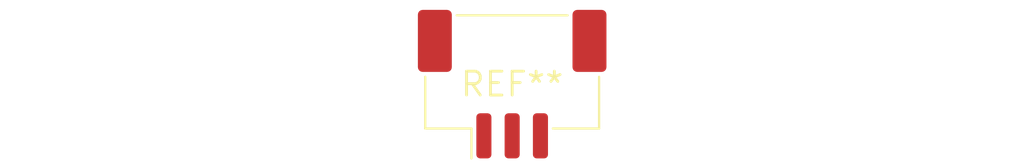
<source format=kicad_pcb>
(kicad_pcb (version 20240108) (generator pcbnew)
  (layers (0 "F.Cu" signal) (31 "B.Cu" signal) (34 "B.Paste" user) (35 "F.Paste" user) (36 "B.SilkS" user "B.Silkscreen") (37 "F.SilkS" user "F.Silkscreen") (38 "B.Mask" user) (39 "F.Mask" user) (44 "Edge.Cuts" user))
  (net 0 "")
  (footprint "JST_ZE_BM03B-ZESS-TBT_1x03-1MP_P1.50mm_Vertical" (layer "F.Cu") (at 0 0)
    (property "Reference" "REF**")
    (property "Value" "JST_ZE_BM03B-ZESS-TBT_1x03-1MP_P1.50mm_Vertical")
    (fp_line (start -4.61 -0.39) (end -4.61 2.36) (layer "F.SilkS") (stroke (width 0.12)))
    (fp_line (start -4.61 2.36) (end -2.16 2.36) (layer "F.SilkS") (stroke (width 0.12)))
    (fp_line (start -2.94 -3.66) (end 2.94 -3.66) (layer "F.SilkS") (stroke (width 0.12)))
    (fp_line (start -2.16 2.36) (end -2.16 3.95) (layer "F.SilkS") (stroke (width 0.12)))
    (fp_line (start 4.61 -0.39) (end 4.61 2.36) (layer "F.SilkS") (stroke (width 0.12)))
    (fp_line (start 4.61 2.36) (end 2.16 2.36) (layer "F.SilkS") (stroke (width 0.12)))
    (pad "1" smd roundrect (at -1.5 2.75) (size 0.8 2.4) (layers "F.Cu" "F.Paste" "F.Mask"))
    (pad "2" smd roundrect (at 0 2.75) (size 0.8 2.4) (layers "F.Cu" "F.Paste" "F.Mask"))
    (pad "3" smd roundrect (at 1.5 2.75) (size 0.8 2.4) (layers "F.Cu" "F.Paste" "F.Mask"))
    (pad "MP" smd roundrect (at -4.1 -2.3) (size 1.8 3.3) (layers "F.Cu" "F.Paste" "F.Mask") (roundrect_rratio 0.138889))
    (pad "MP" smd roundrect (at 4.1 -2.3) (size 1.8 3.3) (layers "F.Cu" "F.Paste" "F.Mask") (roundrect_rratio 0.138889))
  )
)
</source>
